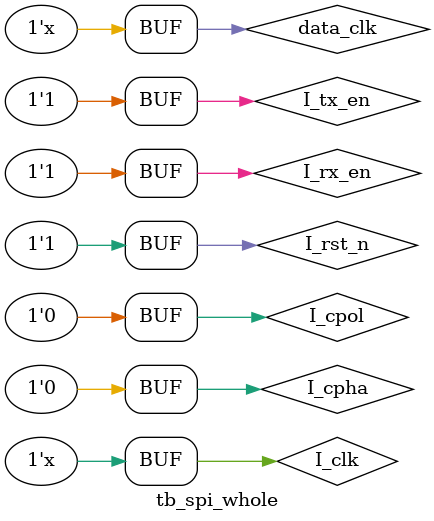
<source format=v>
`timescale 1ns / 1ps

module tb_spi_whole;

    // Inputs
    reg          I_clk       ;
    reg          I_rst_n     ;
    reg          I_rx_en     ;
    reg          I_tx_en     ;
    reg   [7:0]  I_data_in   ;
    reg          I_spi_miso  ;
    reg          I_cpol      ;  //传输模式选择
    reg          I_cpha      ;  //传输模式选择


    // Outputs
    wire  [7:0]  O_data_out  ;
    wire         O_tx_done   ;
    wire         O_rx_done   ;
    wire         O_spi_sck   ;
    wire         O_spi_cs    ;
    wire         O_spi_mosi  ;
	wire  [4:0]  state       ;
	
	
	reg          data_clk    ;
	
	
    // Instantiate the Unit Under Test (UUT)
    spi_whole uut (
        .I_clk           (I_clk       ), 
        .I_rst_n         (I_rst_n     ), 
        .I_rx_en         (I_rx_en     ), 
        .I_tx_en         (I_tx_en     ), 
        .I_data_in       (I_data_in   ), 
        .O_data_out      (O_data_out  ), 
        .O_tx_done       (O_tx_done   ), 
        .O_rx_done       (O_rx_done   ), 
        .I_spi_miso      (I_spi_miso  ), 
        .O_spi_sck       (O_spi_sck   ), 
        .O_spi_cs        (O_spi_cs    ), 
        .O_spi_mosi      (O_spi_mosi  ),
		.I_cpol          (I_cpol      ),
		.I_cpha          (I_cpha      ),
		.state           (state       )	
    );

/*
//*****************************************仅仅发送********************************************************
    initial begin
        // Initialize Inputs
        I_clk = 0;
        I_rst_n = 0;
        I_rx_en = 0;
        I_tx_en = 1;
        I_data_in = 8'h00;
		I_cpol = 0;
		I_cpha = 0;

        // Wait 100 ns for global reset to finish
        #100;
        I_rst_n = 1;  

			end
    
    always #10 I_clk = ~I_clk ;
    
    always @(posedge I_clk or negedge I_rst_n)
    begin
         if(!I_rst_n)
            I_data_in <= 8'h00;
         else 
            I_data_in <= I_data_in + 1'b1 ;            
    end

	

//*****************************************仅仅接收********************************************************
    initial begin
        // Initialize Inputs
        I_clk = 0;
		data_clk = 0;
        I_rst_n = 0;
        I_rx_en = 1;
        I_tx_en = 0;
        I_data_in = 8'h00;
		I_cpol = 0;//传输模式选择
		I_cpha = 0;//传输模式选择

        // Wait 100 ns for global reset to finish
        #100;
        I_rst_n = 1;  

			end
    
    always #10 I_clk = ~I_clk ;
    always #5 data_clk = ~data_clk ;
	
    always @(posedge data_clk or negedge I_rst_n)
    begin
         if(!I_rst_n)
            I_spi_miso <= 1'b0;
         else 
            I_spi_miso <= I_spi_miso + 1'b1 ;            
    end	  
*/

	
//*****************************************同时发送和接收********************************************************
//发送的测试激励
initial begin
        // Initialize Inputs
        I_clk = 0;
		data_clk = 0;
        I_rst_n = 0;
        I_rx_en = 1;
        I_tx_en = 1;
        I_data_in = 8'h00;
		I_cpol = 0;
		I_cpha = 0;

        // Wait 100 ns for global reset to finish
        #100;
        I_rst_n = 1;  

    end
    
    always #10 I_clk = ~I_clk ;
    
    always @(posedge I_clk or negedge I_rst_n)
    begin
         if(!I_rst_n)
            I_data_in <= 8'h00;
         else 
            I_data_in <= I_data_in + 1'b1 ;            
    end


//接收的测试激励    
    always #5 data_clk = ~data_clk ;
	
    always @(posedge data_clk or negedge I_rst_n)
    begin
         if(!I_rst_n)
            I_spi_miso <= 1'b0;
         else 
            I_spi_miso <= I_spi_miso + 1'b1 ;            
    end	  


endmodule
</source>
